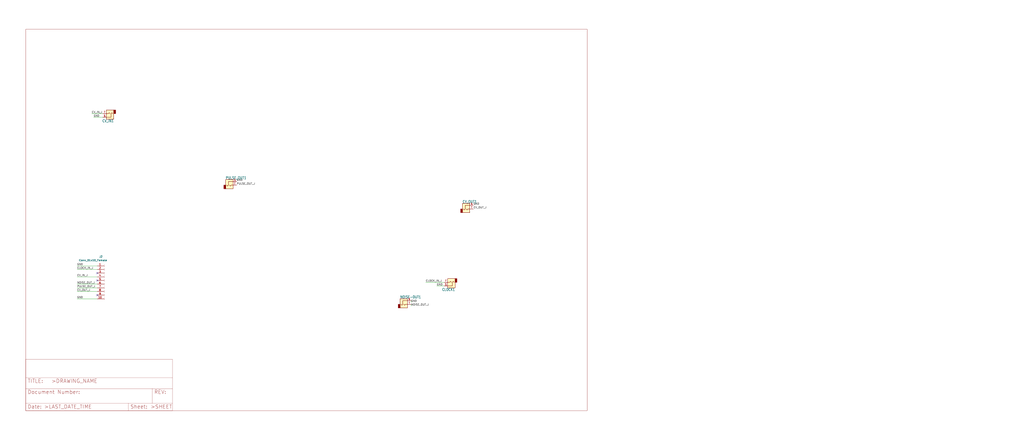
<source format=kicad_sch>
(kicad_sch (version 20211123) (generator eeschema)
  (paper "User" 708.66 304.8)
  (lib_symbols
    (symbol "Connector:Conn_01x10_Female" (pin_names (offset 1.016) hide)
      (property "Reference" "J" (at 0 12.7 0))
      (property "Value" "Conn_01x10_Female" (at 0 -15.24 0))
      (symbol "Conn_01x10_Female_1_1"
        (arc (start 0 -12.192) (mid -0.508 -12.7) (end 0 -13.208) (stroke (width 0.1524)))
        (arc (start 0 -9.652) (mid -0.508 -10.16) (end 0 -10.668) (stroke (width 0.1524)))
        (arc (start 0 -7.112) (mid -0.508 -7.62) (end 0 -8.128) (stroke (width 0.1524)))
        (arc (start 0 -4.572) (mid -0.508 -5.08) (end 0 -5.588) (stroke (width 0.1524)))
        (arc (start 0 -2.032) (mid -0.508 -2.54) (end 0 -3.048) (stroke (width 0.1524)))
        (polyline (pts (xy -1.27 -12.7) (xy -0.508 -12.7)) (stroke (width 0.1524)))
        (polyline (pts (xy -1.27 -10.16) (xy -0.508 -10.16)) (stroke (width 0.1524)))
        (polyline (pts (xy -1.27 -7.62) (xy -0.508 -7.62)) (stroke (width 0.1524)))
        (polyline (pts (xy -1.27 -5.08) (xy -0.508 -5.08)) (stroke (width 0.1524)))
        (polyline (pts (xy -1.27 -2.54) (xy -0.508 -2.54)) (stroke (width 0.1524)))
        (polyline (pts (xy -1.27 0) (xy -0.508 0)) (stroke (width 0.1524)))
        (polyline (pts (xy -1.27 2.54) (xy -0.508 2.54)) (stroke (width 0.1524)))
        (polyline (pts (xy -1.27 5.08) (xy -0.508 5.08)) (stroke (width 0.1524)))
        (polyline (pts (xy -1.27 7.62) (xy -0.508 7.62)) (stroke (width 0.1524)))
        (polyline (pts (xy -1.27 10.16) (xy -0.508 10.16)) (stroke (width 0.1524)))
        (arc (start 0 0.508) (mid -0.508 0) (end 0 -0.508) (stroke (width 0.1524)))
        (arc (start 0 3.048) (mid -0.508 2.54) (end 0 2.032) (stroke (width 0.1524)))
        (arc (start 0 5.588) (mid -0.508 5.08) (end 0 4.572) (stroke (width 0.1524)))
        (arc (start 0 8.128) (mid -0.508 7.62) (end 0 7.112) (stroke (width 0.1524)))
        (arc (start 0 10.668) (mid -0.508 10.16) (end 0 9.652) (stroke (width 0.1524)))
        (pin passive line (at -5.08 10.16 0) (length 3.81) (name "Pin_1") (number "1"))
        (pin passive line (at -5.08 -12.7 0) (length 3.81) (name "Pin_10") (number "10"))
        (pin passive line (at -5.08 7.62 0) (length 3.81) (name "Pin_2") (number "2"))
        (pin passive line (at -5.08 5.08 0) (length 3.81) (name "Pin_3") (number "3"))
        (pin passive line (at -5.08 2.54 0) (length 3.81) (name "Pin_4") (number "4"))
        (pin passive line (at -5.08 0 0) (length 3.81) (name "Pin_5") (number "5"))
        (pin passive line (at -5.08 -2.54 0) (length 3.81) (name "Pin_6") (number "6"))
        (pin passive line (at -5.08 -5.08 0) (length 3.81) (name "Pin_7") (number "7"))
        (pin passive line (at -5.08 -7.62 0) (length 3.81) (name "Pin_8") (number "8"))
        (pin passive line (at -5.08 -10.16 0) (length 3.81) (name "Pin_9") (number "9"))
      )
    )
    (symbol "TuringFront-eagle-import:DINA3_L"
      (symbol "DINA3_L_0_0"
        (polyline (pts (xy 0 0) (xy 388.62 0) (xy 388.62 264.16) (xy 0 264.16) (xy 0 0)))
      )
      (symbol "DINA3_L_2_0"
        (polyline (pts (xy 0 0) (xy 0 5.08)) (stroke (width 0.1016)))
        (polyline (pts (xy 0 0) (xy 71.12 0)) (stroke (width 0.1016)))
        (polyline (pts (xy 0 5.08) (xy 0 15.24)) (stroke (width 0.1016)))
        (polyline (pts (xy 0 5.08) (xy 71.12 5.08)) (stroke (width 0.1016)))
        (polyline (pts (xy 0 15.24) (xy 0 22.86)) (stroke (width 0.1016)))
        (polyline (pts (xy 0 22.86) (xy 0 35.56)) (stroke (width 0.1016)))
        (polyline (pts (xy 0 22.86) (xy 101.6 22.86)) (stroke (width 0.1016)))
        (polyline (pts (xy 71.12 0) (xy 101.6 0)) (stroke (width 0.1016)))
        (polyline (pts (xy 71.12 5.08) (xy 71.12 0)) (stroke (width 0.1016)))
        (polyline (pts (xy 71.12 5.08) (xy 87.63 5.08)) (stroke (width 0.1016)))
        (polyline (pts (xy 87.63 5.08) (xy 101.6 5.08)) (stroke (width 0.1016)))
        (polyline (pts (xy 87.63 15.24) (xy 0 15.24)) (stroke (width 0.1016)))
        (polyline (pts (xy 87.63 15.24) (xy 87.63 5.08)) (stroke (width 0.1016)))
        (polyline (pts (xy 101.6 5.08) (xy 101.6 0)) (stroke (width 0.1016)))
        (polyline (pts (xy 101.6 15.24) (xy 87.63 15.24)) (stroke (width 0.1016)))
        (polyline (pts (xy 101.6 15.24) (xy 101.6 5.08)) (stroke (width 0.1016)))
        (polyline (pts (xy 101.6 22.86) (xy 101.6 15.24)) (stroke (width 0.1016)))
        (polyline (pts (xy 101.6 35.56) (xy 0 35.56)) (stroke (width 0.1016)))
        (polyline (pts (xy 101.6 35.56) (xy 101.6 22.86)) (stroke (width 0.1016)))
        (text ">DRAWING_NAME" (at 17.78 19.05 0) (effects (font (size 2.54 2.54)) (justify left bottom)))
        (text ">LAST_DATE_TIME" (at 12.7 1.27 0) (effects (font (size 2.54 2.54)) (justify left bottom)))
        (text ">SHEET" (at 86.36 1.27 0) (effects (font (size 2.54 2.54)) (justify left bottom)))
        (text "Date:" (at 1.27 1.27 0) (effects (font (size 2.54 2.54)) (justify left bottom)))
        (text "Document Number:" (at 1.27 11.43 0) (effects (font (size 2.54 2.54)) (justify left bottom)))
        (text "REV:" (at 88.9 11.43 0) (effects (font (size 2.54 2.54)) (justify left bottom)))
        (text "Sheet:" (at 72.39 1.27 0) (effects (font (size 2.54 2.54)) (justify left bottom)))
        (text "TITLE:" (at 1.27 19.05 0) (effects (font (size 2.54 2.54)) (justify left bottom)))
      )
    )
    (symbol "ao_symbols:AudioJack2"
      (property "Reference" "J" (at 0 8.89 0))
      (property "Value" "AudioJack2" (at 0 6.35 0))
      (symbol "AudioJack2_0_1"
        (rectangle (start -3.81 0) (end -2.54 -2.54) (stroke (width 0.254)) (fill (type outline)))
        (rectangle (start -2.54 3.81) (end 2.54 -2.54) (stroke (width 0.254)) (fill (type background)))
        (polyline (pts (xy 0 0) (xy 0.635 -0.635) (xy 1.27 0) (xy 2.54 0)) (stroke (width 0.254)))
        (polyline (pts (xy 2.54 2.54) (xy -0.635 2.54) (xy -0.635 0) (xy -1.27 -0.635) (xy -1.905 0)) (stroke (width 0.254)))
      )
      (symbol "AudioJack2_1_1"
        (pin passive line (at 5.08 2.54 180) (length 2.54) (name "~") (number "S"))
        (pin passive line (at 5.08 0 180) (length 2.54) (name "~") (number "T"))
      )
    )
  )
  (no_connect (at 67.31 189.23))
  (no_connect (at 67.31 204.47))
  (no_connect (at 67.31 194.31))
  (wire (pts (xy 53.34 201.93) (xy 67.31 201.93)))
  (wire (pts (xy 284.48 208.28) (xy 284.48 209.55)))
  (wire (pts (xy 302.26 198.12) (xy 307.34 198.12)))
  (wire (pts (xy 63.5 78.74) (xy 71.12 78.74)))
  (wire (pts (xy 284.48 210.82) (xy 284.48 212.09)))
  (wire (pts (xy 53.34 184.15) (xy 67.31 184.15)))
  (wire (pts (xy 53.34 196.85) (xy 67.31 196.85)))
  (wire (pts (xy 53.34 199.39) (xy 67.31 199.39)))
  (wire (pts (xy 64.77 81.28) (xy 71.12 81.28)))
  (wire (pts (xy 53.34 191.77) (xy 67.31 191.77)))
  (wire (pts (xy 53.34 207.01) (xy 67.31 207.01)))
  (wire (pts (xy 53.34 186.69) (xy 67.31 186.69)))
  (wire (pts (xy 294.64 195.58) (xy 307.34 195.58)))
  (label "GND" (at 284.48 209.55 0))
  (label "GND" (at 64.77 81.28 0))
  (label "GND" (at 53.34 207.01 0))
  (label "CLOCK_IN_J" (at 294.64 195.58 0))
  (label "CV_IN_J" (at 63.5 78.74 0))
  (label "CV_IN_J" (at 53.34 191.77 0))
  (label "PULSE_OUT_J" (at 53.34 199.39 0))
  (label "NOISE_OUT_J" (at 284.48 212.09 0))
  (label "GND" (at 327.66 142.24 0))
  (label "NOISE_OUT_J" (at 53.34 196.85 0))
  (label "CV_OUT_J" (at 327.66 144.78 0))
  (label "GND" (at 53.34 184.15 0))
  (label "PULSE_OUT_J" (at 163.83 128.27 0))
  (label "CV_OUT_J" (at 53.34 201.93 0))
  (label "CLOCK_IN_J" (at 53.34 186.69 0))
  (label "GND" (at 163.83 125.73 0))
  (label "GND" (at 302.26 198.12 0))
  (symbol (lib_id "ao_symbols:AudioJack2") (at 322.58 144.78 0) (unit 1)
    (property "Reference" "CV_OUT1" (at 320.04 140.716 0) (effects (font (size 1.778 1.5113)) (justify left bottom)))
    (property "Value" "THONKICONNNEW" (effects hide))
    (property "Footprint" "ao_tht:Jack_6.35mm_PJ_629HAN" (effects hide))
    (property "Vendor" "Tayda" (effects hide))
    (property "SKU" "A-1121" (effects hide))
  )
  (symbol (lib_id "ao_symbols:AudioJack2") (at 76.2 78.74 180) (unit 1)
    (property "Reference" "CV_IN1" (at 78.74 82.804 0) (effects (font (size 1.778 1.5113)) (justify left bottom)))
    (property "Value" "THONKICONNNEW" (effects hide))
    (property "Footprint" "ao_tht:Jack_6.35mm_PJ_629HAN" (effects hide))
    (property "Vendor" "Tayda" (effects hide))
    (property "SKU" "A-1121" (effects hide))
  )
  (symbol (lib_id "ao_symbols:AudioJack2") (at 279.4 210.82 0) (unit 1)
    (property "Reference" "NOISE-OUT1" (at 276.86 206.756 0) (effects (font (size 1.778 1.5113)) (justify left bottom)))
    (property "Value" "THONKICONNNEW" (effects hide))
    (property "Footprint" "ao_tht:Jack_6.35mm_PJ_629HAN" (effects hide))
    (property "Vendor" "Tayda" (effects hide))
    (property "SKU" "A-1121" (effects hide))
  )
  (symbol (lib_id "Connector:Conn_01x10_Female") (at 72.39 194.31 0) (unit 1)
    (property "Reference" "J2" (at 68.58 177.8 0) (effects (justify left)))
    (property "Value" "Conn_01x10_Female" (at 54.61 180.34 0) (effects (justify left)))
    (property "Footprint" "Connector_PinSocket_2.54mm:PinSocket_1x10_P2.54mm_Vertical" (effects hide))
  )
  (symbol (lib_id "ao_symbols:AudioJack2") (at 158.75 128.27 0) (unit 1)
    (property "Reference" "PULSE_OUT1" (at 156.21 124.206 0) (effects (font (size 1.778 1.5113)) (justify left bottom)))
    (property "Value" "THONKICONNNEW" (effects hide))
    (property "Footprint" "ao_tht:Jack_6.35mm_PJ_629HAN" (effects hide))
    (property "Vendor" "Tayda" (effects hide))
    (property "SKU" "A-1121" (effects hide))
  )
  (symbol (lib_id "TuringFront-eagle-import:DINA3_L") (at 17.78 284.48 0) (unit 2)
    (property "Reference" "#FRAME1" (effects hide))
    (property "Value" "DINA3_L" (effects hide))
    (property "Footprint" "TuringFront:" (effects hide))
  )
  (symbol (lib_id "ao_symbols:AudioJack2") (at 312.42 195.58 180) (unit 1)
    (property "Reference" "CLOCK1" (at 314.96 199.644 0) (effects (font (size 1.778 1.5113)) (justify left bottom)))
    (property "Value" "THONKICONNNEW" (effects hide))
    (property "Footprint" "ao_tht:Jack_6.35mm_PJ_629HAN" (effects hide))
    (property "Vendor" "Tayda" (effects hide))
    (property "SKU" "A-1121" (effects hide))
  )
)
</source>
